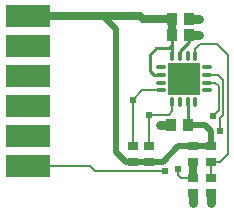
<source format=gtl>
G04 Layer_Physical_Order=1*
G04 Layer_Color=25308*
%FSLAX25Y25*%
%MOIN*%
G70*
G01*
G75*
%ADD10R,0.15000X0.07600*%
%ADD11R,0.03740X0.04134*%
%ADD12R,0.10630X0.10630*%
%ADD13O,0.01378X0.03347*%
%ADD14O,0.03347X0.01378*%
%ADD15R,0.03740X0.03150*%
%ADD16C,0.01000*%
%ADD17C,0.02500*%
%ADD18C,0.02000*%
%ADD19C,0.00600*%
%ADD20C,0.03000*%
%ADD21C,0.01969*%
%ADD22C,0.02400*%
D10*
X112500Y435000D02*
D03*
Y445000D02*
D03*
Y485000D02*
D03*
Y475000D02*
D03*
Y465000D02*
D03*
Y455000D02*
D03*
D11*
X160583Y478500D02*
D03*
X166291D02*
D03*
X160583Y484000D02*
D03*
X166291D02*
D03*
X165791Y448500D02*
D03*
X160083D02*
D03*
D12*
X164437Y464000D02*
D03*
D13*
X160598Y471776D02*
D03*
X163157D02*
D03*
X165717D02*
D03*
X168276D02*
D03*
Y456224D02*
D03*
X165717D02*
D03*
X163157D02*
D03*
X160598D02*
D03*
D14*
X172213Y467839D02*
D03*
Y465279D02*
D03*
Y462720D02*
D03*
Y460161D02*
D03*
X156661D02*
D03*
Y462720D02*
D03*
Y465279D02*
D03*
Y467839D02*
D03*
D15*
X173437Y425941D02*
D03*
Y431059D02*
D03*
X167437Y425941D02*
D03*
Y431059D02*
D03*
X173437Y436441D02*
D03*
Y441559D02*
D03*
X167437Y436441D02*
D03*
Y441559D02*
D03*
X147437Y441559D02*
D03*
Y436441D02*
D03*
X152937Y441559D02*
D03*
Y436441D02*
D03*
D16*
X155300Y474300D02*
X159383D01*
X153100Y472100D02*
X155300Y474300D01*
X153100Y466700D02*
Y472100D01*
X160583Y475500D02*
Y478500D01*
Y471791D02*
Y475500D01*
X159383Y474300D02*
X160583Y475500D01*
X153100Y466700D02*
X154520Y465279D01*
X165717Y448575D02*
Y456224D01*
X163157Y471776D02*
Y473220D01*
X166291Y476354D01*
Y478500D01*
X154520Y465279D02*
X156661D01*
D17*
X167437Y431059D02*
Y436441D01*
X160583Y478500D02*
Y484000D01*
X149937Y485000D02*
X150937Y484000D01*
X160583D01*
X112500Y485000D02*
X149937D01*
D18*
X147437Y436441D02*
X152937D01*
X157378D01*
X162496Y441559D01*
X167437D01*
X173437D01*
X165791Y448500D02*
X171437D01*
X173437Y446500D01*
Y441559D02*
Y446500D01*
X144996Y436441D02*
X147437D01*
X141937Y439500D02*
X144996Y436441D01*
X141937Y439500D02*
Y480500D01*
X137437Y485000D02*
X141937Y480500D01*
D19*
X160598Y453161D02*
Y455661D01*
X159437Y452000D02*
X160598Y453161D01*
X147437Y441559D02*
Y457000D01*
X150598Y460161D01*
X156661D01*
X152937Y441559D02*
Y452000D01*
X159437D01*
X173437Y431059D02*
Y436441D01*
X176378D01*
X168276Y471776D02*
Y473839D01*
X169937Y475500D01*
X175437D01*
X163378Y431059D02*
X167437D01*
X162437Y432000D02*
X163378Y431059D01*
X162437Y432000D02*
Y434000D01*
X176378Y436441D02*
X179000Y439063D01*
Y471937D01*
X175437Y475500D02*
X179000Y471937D01*
X176500Y451000D02*
X177500Y452000D01*
X176500Y446750D02*
Y451000D01*
X172213Y465279D02*
X175721D01*
X177500Y463500D01*
Y452000D02*
Y463500D01*
X172213Y462720D02*
X174779D01*
X176000Y461500D01*
Y453500D02*
Y461500D01*
X112500Y435000D02*
X133000D01*
X134750Y433250D01*
X158000D01*
X174125Y451625D02*
X176000Y453500D01*
D20*
X167437Y422500D02*
Y425941D01*
X173437Y422500D02*
Y425941D01*
X166291Y478500D02*
X169437D01*
X166291Y484000D02*
X169437D01*
X156437Y448500D02*
X160083D01*
D21*
X168374Y460063D02*
D03*
X164437D02*
D03*
X160500D02*
D03*
X168374Y464000D02*
D03*
X164437D02*
D03*
X160500D02*
D03*
X168374Y467937D02*
D03*
X164437D02*
D03*
X160500D02*
D03*
D22*
X169437Y484000D02*
D03*
Y478500D02*
D03*
X156437Y448500D02*
D03*
X167437Y422500D02*
D03*
X173437D02*
D03*
X147437Y457000D02*
D03*
X152937Y452000D02*
D03*
X162437Y434000D02*
D03*
X176500Y446750D02*
D03*
X174000Y451750D02*
D03*
X158000Y433250D02*
D03*
M02*

</source>
